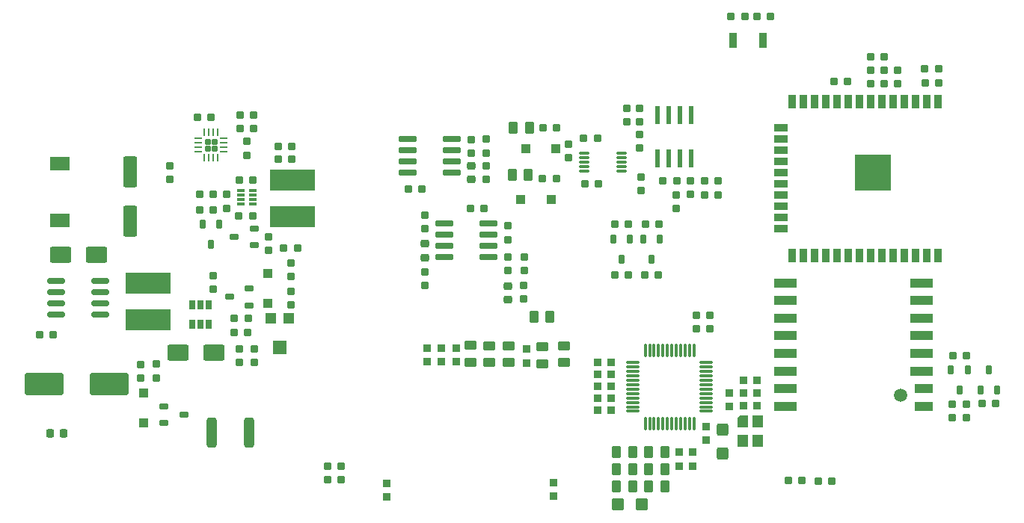
<source format=gbr>
%TF.GenerationSoftware,KiCad,Pcbnew,8.0.6*%
%TF.CreationDate,2025-04-11T21:40:20+07:00*%
%TF.ProjectId,DATN,4441544e-2e6b-4696-9361-645f70636258,rev?*%
%TF.SameCoordinates,Original*%
%TF.FileFunction,Paste,Top*%
%TF.FilePolarity,Positive*%
%FSLAX46Y46*%
G04 Gerber Fmt 4.6, Leading zero omitted, Abs format (unit mm)*
G04 Created by KiCad (PCBNEW 8.0.6) date 2025-04-11 21:40:20*
%MOMM*%
%LPD*%
G01*
G04 APERTURE LIST*
G04 Aperture macros list*
%AMRoundRect*
0 Rectangle with rounded corners*
0 $1 Rounding radius*
0 $2 $3 $4 $5 $6 $7 $8 $9 X,Y pos of 4 corners*
0 Add a 4 corners polygon primitive as box body*
4,1,4,$2,$3,$4,$5,$6,$7,$8,$9,$2,$3,0*
0 Add four circle primitives for the rounded corners*
1,1,$1+$1,$2,$3*
1,1,$1+$1,$4,$5*
1,1,$1+$1,$6,$7*
1,1,$1+$1,$8,$9*
0 Add four rect primitives between the rounded corners*
20,1,$1+$1,$2,$3,$4,$5,0*
20,1,$1+$1,$4,$5,$6,$7,0*
20,1,$1+$1,$6,$7,$8,$9,0*
20,1,$1+$1,$8,$9,$2,$3,0*%
%AMFreePoly0*
4,1,18,-0.700000,0.540000,-0.695433,0.562961,-0.682426,0.582426,-0.662961,0.595433,-0.640000,0.600000,0.640000,0.600000,0.662961,0.595433,0.682426,0.582426,0.695433,0.562961,0.700000,0.540000,0.700000,-0.540000,0.695433,-0.562961,0.682426,-0.582426,0.662961,-0.595433,0.640000,-0.600000,-0.400000,-0.600000,-0.700000,-0.300000,-0.700000,0.540000,-0.700000,0.540000,$1*%
G04 Aperture macros list end*
%ADD10RoundRect,0.127500X0.322500X-0.297500X0.322500X0.297500X-0.322500X0.297500X-0.322500X-0.297500X0*%
%ADD11R,1.200000X1.200000*%
%ADD12R,1.600000X1.500000*%
%ADD13RoundRect,0.150000X-0.350000X-0.525000X0.350000X-0.525000X0.350000X0.525000X-0.350000X0.525000X0*%
%ADD14RoundRect,0.127500X0.297500X0.322500X-0.297500X0.322500X-0.297500X-0.322500X0.297500X-0.322500X0*%
%ADD15RoundRect,0.127500X-0.297500X-0.322500X0.297500X-0.322500X0.297500X0.322500X-0.297500X0.322500X0*%
%ADD16RoundRect,0.250000X0.262500X0.450000X-0.262500X0.450000X-0.262500X-0.450000X0.262500X-0.450000X0*%
%ADD17RoundRect,0.127500X-0.322500X0.297500X-0.322500X-0.297500X0.322500X-0.297500X0.322500X0.297500X0*%
%ADD18RoundRect,0.090000X-0.410000X-0.210000X0.410000X-0.210000X0.410000X0.210000X-0.410000X0.210000X0*%
%ADD19RoundRect,0.150000X0.525000X-0.350000X0.525000X0.350000X-0.525000X0.350000X-0.525000X-0.350000X0*%
%ADD20RoundRect,0.085000X0.365000X-0.340000X0.365000X0.340000X-0.365000X0.340000X-0.365000X-0.340000X0*%
%ADD21RoundRect,0.090000X-0.210000X0.410000X-0.210000X-0.410000X0.210000X-0.410000X0.210000X0.410000X0*%
%ADD22RoundRect,0.085000X-0.340000X-0.365000X0.340000X-0.365000X0.340000X0.365000X-0.340000X0.365000X0*%
%ADD23RoundRect,0.218750X-0.256250X0.218750X-0.256250X-0.218750X0.256250X-0.218750X0.256250X0.218750X0*%
%ADD24RoundRect,0.172500X-0.172500X0.172500X-0.172500X-0.172500X0.172500X-0.172500X0.172500X0.172500X0*%
%ADD25RoundRect,0.062500X-0.062500X0.375000X-0.062500X-0.375000X0.062500X-0.375000X0.062500X0.375000X0*%
%ADD26RoundRect,0.062500X-0.375000X0.062500X-0.375000X-0.062500X0.375000X-0.062500X0.375000X0.062500X0*%
%ADD27RoundRect,0.150000X0.350000X0.525000X-0.350000X0.525000X-0.350000X-0.525000X0.350000X-0.525000X0*%
%ADD28R,0.650000X1.060000*%
%ADD29RoundRect,0.218750X0.218750X0.256250X-0.218750X0.256250X-0.218750X-0.256250X0.218750X-0.256250X0*%
%ADD30R,2.000000X1.100000*%
%ADD31R,2.600000X1.100000*%
%ADD32C,1.500000*%
%ADD33RoundRect,0.085000X0.340000X0.365000X-0.340000X0.365000X-0.340000X-0.365000X0.340000X-0.365000X0*%
%ADD34RoundRect,0.085000X-0.365000X0.340000X-0.365000X-0.340000X0.365000X-0.340000X0.365000X0.340000X0*%
%ADD35FreePoly0,270.000000*%
%ADD36RoundRect,0.060000X-0.540000X0.640000X-0.540000X-0.640000X0.540000X-0.640000X0.540000X0.640000X0*%
%ADD37RoundRect,0.073750X-0.221250X0.911250X-0.221250X-0.911250X0.221250X-0.911250X0.221250X0.911250X0*%
%ADD38R,0.900000X1.700000*%
%ADD39RoundRect,0.275000X-0.275000X-0.275000X0.275000X-0.275000X0.275000X0.275000X-0.275000X0.275000X0*%
%ADD40RoundRect,0.275000X0.275000X-0.275000X0.275000X0.275000X-0.275000X0.275000X-0.275000X-0.275000X0*%
%ADD41RoundRect,0.090000X0.410000X0.210000X-0.410000X0.210000X-0.410000X-0.210000X0.410000X-0.210000X0*%
%ADD42RoundRect,0.250000X0.450000X0.425000X-0.450000X0.425000X-0.450000X-0.425000X0.450000X-0.425000X0*%
%ADD43RoundRect,0.075000X-0.910000X-0.225000X0.910000X-0.225000X0.910000X0.225000X-0.910000X0.225000X0*%
%ADD44R,2.200000X1.500000*%
%ADD45RoundRect,0.180000X-1.020000X-0.720000X1.020000X-0.720000X1.020000X0.720000X-1.020000X0.720000X0*%
%ADD46R,5.100000X2.350000*%
%ADD47RoundRect,0.218750X0.256250X-0.218750X0.256250X0.218750X-0.256250X0.218750X-0.256250X-0.218750X0*%
%ADD48RoundRect,0.150000X-0.825000X-0.150000X0.825000X-0.150000X0.825000X0.150000X-0.825000X0.150000X0*%
%ADD49RoundRect,0.025000X-0.525000X-0.100000X0.525000X-0.100000X0.525000X0.100000X-0.525000X0.100000X0*%
%ADD50RoundRect,0.250000X-0.550000X1.500000X-0.550000X-1.500000X0.550000X-1.500000X0.550000X1.500000X0*%
%ADD51RoundRect,0.250000X-0.425000X0.450000X-0.425000X-0.450000X0.425000X-0.450000X0.425000X0.450000X0*%
%ADD52R,0.900000X1.500000*%
%ADD53R,1.500000X0.900000*%
%ADD54R,4.100000X4.100000*%
%ADD55RoundRect,0.150000X-0.525000X0.350000X-0.525000X-0.350000X0.525000X-0.350000X0.525000X0.350000X0*%
%ADD56RoundRect,0.250000X-1.950000X-1.000000X1.950000X-1.000000X1.950000X1.000000X-1.950000X1.000000X0*%
%ADD57RoundRect,0.250000X-0.312500X-1.450000X0.312500X-1.450000X0.312500X1.450000X-0.312500X1.450000X0*%
%ADD58RoundRect,0.250000X-0.262500X-0.450000X0.262500X-0.450000X0.262500X0.450000X-0.262500X0.450000X0*%
%ADD59RoundRect,0.075000X-0.662500X-0.075000X0.662500X-0.075000X0.662500X0.075000X-0.662500X0.075000X0*%
%ADD60RoundRect,0.075000X-0.075000X-0.662500X0.075000X-0.662500X0.075000X0.662500X-0.075000X0.662500X0*%
%ADD61RoundRect,0.075000X0.910000X0.225000X-0.910000X0.225000X-0.910000X-0.225000X0.910000X-0.225000X0*%
%ADD62RoundRect,0.090000X0.210000X-0.410000X0.210000X0.410000X-0.210000X0.410000X-0.210000X-0.410000X0*%
%ADD63RoundRect,0.008100X-0.421900X-0.126900X0.421900X-0.126900X0.421900X0.126900X-0.421900X0.126900X0*%
%ADD64RoundRect,0.180000X1.020000X0.720000X-1.020000X0.720000X-1.020000X-0.720000X1.020000X-0.720000X0*%
G04 APERTURE END LIST*
D10*
%TO.C,R49*%
X115930000Y-79065000D03*
X115930000Y-80615000D03*
%TD*%
D11*
%TO.C,RV2*%
X95275000Y-99345000D03*
D12*
X94275000Y-102595000D03*
D11*
X93275000Y-99345000D03*
%TD*%
D13*
%TO.C,C46*%
X132350000Y-114500000D03*
X134250000Y-114500000D03*
%TD*%
D14*
%TO.C,R16*%
X89150000Y-99300000D03*
X90700000Y-99300000D03*
%TD*%
D15*
%TO.C,R26*%
X125575000Y-83500000D03*
X124025000Y-83500000D03*
%TD*%
D16*
%TO.C,R25*%
X122417500Y-83035000D03*
X120592500Y-83035000D03*
%TD*%
D17*
%TO.C,R1*%
X95525000Y-97775000D03*
X95525000Y-96225000D03*
%TD*%
D18*
%TO.C,Q2*%
X81162500Y-109270000D03*
X81162500Y-111170000D03*
X83437500Y-110220000D03*
%TD*%
D19*
%TO.C,R51*%
X115850000Y-104300000D03*
X115850000Y-102400000D03*
%TD*%
D15*
%TO.C,R4*%
X91200000Y-87675000D03*
X89650000Y-87675000D03*
%TD*%
D10*
%TO.C,C28*%
X110725000Y-94060000D03*
X110725000Y-95610000D03*
%TD*%
D20*
%TO.C,C41*%
X139525000Y-116050000D03*
X139525000Y-114500000D03*
%TD*%
D14*
%TO.C,C8*%
X84975000Y-76570000D03*
X86525000Y-76570000D03*
%TD*%
D21*
%TO.C,Q8*%
X137325000Y-90362500D03*
X135425000Y-90362500D03*
X136375000Y-92637500D03*
%TD*%
D22*
%TO.C,R45*%
X130250000Y-105675000D03*
X131800000Y-105675000D03*
%TD*%
D23*
%TO.C,D5*%
X120100000Y-95650000D03*
X120100000Y-97225000D03*
%TD*%
D15*
%TO.C,R10*%
X162700000Y-69675000D03*
X161150000Y-69675000D03*
%TD*%
D14*
%TO.C,C10*%
X94125000Y-79800000D03*
X95675000Y-79800000D03*
%TD*%
D17*
%TO.C,R39*%
X121900000Y-97150000D03*
X121900000Y-95600000D03*
%TD*%
D24*
%TO.C,U2*%
X86912500Y-79295000D03*
X86112500Y-79295000D03*
X86912500Y-80095000D03*
X86112500Y-80095000D03*
D25*
X87262500Y-78257500D03*
X86762500Y-78257500D03*
X86262500Y-78257500D03*
X85762500Y-78257500D03*
D26*
X85075000Y-78945000D03*
X85075000Y-79445000D03*
X85075000Y-79945000D03*
X85075000Y-80445000D03*
D25*
X85762500Y-81132500D03*
X86262500Y-81132500D03*
X86762500Y-81132500D03*
X87262500Y-81132500D03*
D26*
X87950000Y-80445000D03*
X87950000Y-79945000D03*
X87950000Y-79445000D03*
X87950000Y-78945000D03*
%TD*%
D13*
%TO.C,C48*%
X132350000Y-118325000D03*
X134250000Y-118325000D03*
%TD*%
D14*
%TO.C,R8*%
X85225000Y-87075000D03*
X86775000Y-87075000D03*
%TD*%
D27*
%TO.C,C49*%
X137900000Y-118325000D03*
X136000000Y-118325000D03*
%TD*%
D28*
%TO.C,U3*%
X84350000Y-100020000D03*
X85300000Y-100020000D03*
X86250000Y-100020000D03*
X86250000Y-97820000D03*
X85300000Y-97820000D03*
X84350000Y-97820000D03*
%TD*%
D15*
%TO.C,C20*%
X130375000Y-84100000D03*
X128825000Y-84100000D03*
%TD*%
D10*
%TO.C,R42*%
X110675000Y-87610000D03*
X110675000Y-89160000D03*
%TD*%
D15*
%TO.C,R17*%
X149825000Y-65100000D03*
X148275000Y-65100000D03*
%TD*%
D29*
%TO.C,L1*%
X69837500Y-112350000D03*
X68262500Y-112350000D03*
%TD*%
D30*
%TO.C,U7*%
X167215000Y-109300000D03*
X167215000Y-107300000D03*
D31*
X166915000Y-105300000D03*
X166915000Y-103300000D03*
X166915000Y-101300000D03*
X166915000Y-99300000D03*
X166915000Y-97300000D03*
X166915000Y-95300000D03*
X151515000Y-95300000D03*
X151515000Y-97300000D03*
X151515000Y-99300000D03*
X151515000Y-101300000D03*
X151515000Y-103300000D03*
X151515000Y-105300000D03*
X151515000Y-107300000D03*
X151515000Y-109300000D03*
D32*
X164515000Y-108000000D03*
%TD*%
D33*
%TO.C,R56*%
X131800000Y-109750000D03*
X130250000Y-109750000D03*
%TD*%
D34*
%TO.C,C39*%
X122200000Y-102825000D03*
X122200000Y-104375000D03*
%TD*%
D35*
%TO.C,Y1*%
X146650000Y-110975000D03*
D36*
X146650000Y-113175000D03*
X148350000Y-113175000D03*
X148350000Y-110975000D03*
%TD*%
D15*
%TO.C,C22*%
X158575000Y-72450000D03*
X157025000Y-72450000D03*
%TD*%
D14*
%TO.C,R24*%
X170450000Y-103575000D03*
X172000000Y-103575000D03*
%TD*%
D37*
%TO.C,U15*%
X140820000Y-76275000D03*
X139550000Y-76275000D03*
X138280000Y-76275000D03*
X137010000Y-76275000D03*
X137010000Y-81225000D03*
X138280000Y-81225000D03*
X139550000Y-81225000D03*
X140820000Y-81225000D03*
%TD*%
D16*
%TO.C,R27*%
X122527500Y-77710000D03*
X120702500Y-77710000D03*
%TD*%
D14*
%TO.C,R22*%
X128675000Y-78900000D03*
X130225000Y-78900000D03*
%TD*%
D19*
%TO.C,R54*%
X120225000Y-104325000D03*
X120225000Y-102425000D03*
%TD*%
D38*
%TO.C,SW2*%
X145550000Y-67775000D03*
X148950000Y-67775000D03*
%TD*%
D39*
%TO.C,Z3*%
X124980000Y-85860000D03*
X121580000Y-85860000D03*
%TD*%
D40*
%TO.C,Z1*%
X92885000Y-94220000D03*
X92885000Y-97620000D03*
%TD*%
D14*
%TO.C,R5*%
X89700000Y-83625000D03*
X91250000Y-83625000D03*
%TD*%
D41*
%TO.C,Q3*%
X91375000Y-91025000D03*
X91375000Y-89125000D03*
X89100000Y-90075000D03*
%TD*%
D10*
%TO.C,C15*%
X90525000Y-79270000D03*
X90525000Y-80820000D03*
%TD*%
D27*
%TO.C,C45*%
X137900000Y-114500000D03*
X136000000Y-114500000D03*
%TD*%
D19*
%TO.C,R55*%
X124025000Y-104450000D03*
X124025000Y-102550000D03*
%TD*%
D10*
%TO.C,R41*%
X121925000Y-92385000D03*
X121925000Y-93935000D03*
%TD*%
D14*
%TO.C,R31*%
X132175000Y-94375000D03*
X133725000Y-94375000D03*
%TD*%
%TO.C,C25*%
X137665000Y-83775000D03*
X139215000Y-83775000D03*
%TD*%
D42*
%TO.C,C52*%
X135275000Y-120425000D03*
X132575000Y-120425000D03*
%TD*%
D43*
%TO.C,U11*%
X108785000Y-79010000D03*
X108785000Y-80280000D03*
X108785000Y-81550000D03*
X108785000Y-82820000D03*
X113725000Y-82820000D03*
X113725000Y-81550000D03*
X113725000Y-80280000D03*
X113725000Y-79010000D03*
%TD*%
D39*
%TO.C,Z4*%
X125495000Y-80095000D03*
X122095000Y-80095000D03*
%TD*%
D44*
%TO.C,L4*%
X69375000Y-88220000D03*
X69375000Y-81820000D03*
%TD*%
D10*
%TO.C,C23*%
X170375000Y-109046000D03*
X170375000Y-110596000D03*
%TD*%
D20*
%TO.C,R46*%
X125225000Y-119500000D03*
X125225000Y-117950000D03*
%TD*%
D45*
%TO.C,D3*%
X73500000Y-92095000D03*
X69450000Y-92095000D03*
%TD*%
D20*
%TO.C,R48*%
X110925000Y-104225000D03*
X110925000Y-102675000D03*
%TD*%
D15*
%TO.C,C18*%
X146900000Y-65100000D03*
X145350000Y-65100000D03*
%TD*%
D33*
%TO.C,C30*%
X148325000Y-109225000D03*
X146775000Y-109225000D03*
%TD*%
D15*
%TO.C,C37*%
X142975000Y-99000000D03*
X141425000Y-99000000D03*
%TD*%
%TO.C,C7*%
X68625000Y-101195000D03*
X67075000Y-101195000D03*
%TD*%
D21*
%TO.C,Q7*%
X133925000Y-90362500D03*
X132025000Y-90362500D03*
X132975000Y-92637500D03*
%TD*%
D34*
%TO.C,R36*%
X145175000Y-107750000D03*
X145175000Y-109300000D03*
%TD*%
D14*
%TO.C,R18*%
X151825000Y-117725000D03*
X153375000Y-117725000D03*
%TD*%
D17*
%TO.C,C26*%
X120100000Y-90385000D03*
X120100000Y-88835000D03*
%TD*%
D15*
%TO.C,R32*%
X137150000Y-94375000D03*
X135600000Y-94375000D03*
%TD*%
D46*
%TO.C,L3*%
X95700000Y-87800000D03*
X95700000Y-83650000D03*
%TD*%
D33*
%TO.C,R38*%
X131800000Y-104350000D03*
X130250000Y-104350000D03*
%TD*%
D17*
%TO.C,C24*%
X164225000Y-72725000D03*
X164225000Y-71175000D03*
%TD*%
D22*
%TO.C,R37*%
X146750000Y-107800000D03*
X148300000Y-107800000D03*
%TD*%
D17*
%TO.C,C12*%
X91425000Y-104295000D03*
X91425000Y-102745000D03*
%TD*%
D20*
%TO.C,R50*%
X112575000Y-104225000D03*
X112575000Y-102675000D03*
%TD*%
D10*
%TO.C,R40*%
X120100000Y-92385000D03*
X120100000Y-93935000D03*
%TD*%
D14*
%TO.C,C19*%
X155200000Y-117800000D03*
X156750000Y-117800000D03*
%TD*%
D40*
%TO.C,Z2*%
X78835000Y-107740000D03*
X78835000Y-111140000D03*
%TD*%
D47*
%TO.C,D9*%
X115930000Y-83590000D03*
X115930000Y-82015000D03*
%TD*%
D48*
%TO.C,U4*%
X68975000Y-95120000D03*
X68975000Y-96390000D03*
X68975000Y-97660000D03*
X68975000Y-98930000D03*
X73925000Y-98930000D03*
X73925000Y-97660000D03*
X73925000Y-96390000D03*
X73925000Y-95120000D03*
%TD*%
D15*
%TO.C,C36*%
X142975000Y-100525000D03*
X141425000Y-100525000D03*
%TD*%
D20*
%TO.C,R47*%
X106400000Y-119575000D03*
X106400000Y-118025000D03*
%TD*%
D49*
%TO.C,U6*%
X128700000Y-80625000D03*
X128700000Y-81125000D03*
X128700000Y-81625000D03*
X128700000Y-82125000D03*
X128700000Y-82625000D03*
X133000000Y-82625000D03*
X133000000Y-82125000D03*
X133000000Y-81625000D03*
X133000000Y-81125000D03*
X133000000Y-80625000D03*
%TD*%
D50*
%TO.C,C14*%
X77350000Y-82720000D03*
X77350000Y-88320000D03*
%TD*%
D14*
%TO.C,C17*%
X167312400Y-72625000D03*
X168862400Y-72625000D03*
%TD*%
%TO.C,R23*%
X173750000Y-108975000D03*
X175300000Y-108975000D03*
%TD*%
D17*
%TO.C,C1*%
X88250000Y-86825000D03*
X88250000Y-85275000D03*
%TD*%
%TO.C,C43*%
X133545000Y-77050000D03*
X133545000Y-75500000D03*
%TD*%
D14*
%TO.C,R12*%
X89750000Y-76245000D03*
X91300000Y-76245000D03*
%TD*%
D17*
%TO.C,C42*%
X142340000Y-85325000D03*
X142340000Y-83775000D03*
%TD*%
%TO.C,R13*%
X99700000Y-117600000D03*
X99700000Y-116050000D03*
%TD*%
D27*
%TO.C,C50*%
X137900000Y-116425000D03*
X136000000Y-116425000D03*
%TD*%
D15*
%TO.C,C6*%
X162690000Y-72700000D03*
X161140000Y-72700000D03*
%TD*%
D51*
%TO.C,C51*%
X144375000Y-111925000D03*
X144375000Y-114625000D03*
%TD*%
D13*
%TO.C,C47*%
X132350000Y-116425000D03*
X134250000Y-116425000D03*
%TD*%
D41*
%TO.C,Q1*%
X90850000Y-97850000D03*
X90850000Y-95950000D03*
X88575000Y-96900000D03*
%TD*%
D10*
%TO.C,R34*%
X140765000Y-83750000D03*
X140765000Y-85300000D03*
%TD*%
D52*
%TO.C,U5*%
X168750000Y-74725000D03*
X167480000Y-74725000D03*
X166210000Y-74725000D03*
X164940000Y-74725000D03*
X163670000Y-74725000D03*
X162400000Y-74725000D03*
X161130000Y-74725000D03*
X159860000Y-74725000D03*
X158590000Y-74725000D03*
X157320000Y-74725000D03*
X156050000Y-74725000D03*
X154780000Y-74725000D03*
X153510000Y-74725000D03*
X152240000Y-74725000D03*
D53*
X150990000Y-77755000D03*
X150990000Y-79025000D03*
X150990000Y-80295000D03*
X150990000Y-81565000D03*
X150990000Y-82835000D03*
X150990000Y-84105000D03*
X150990000Y-85375000D03*
X150990000Y-86645000D03*
X150990000Y-87915000D03*
X150990000Y-89185000D03*
D52*
X152240000Y-92225000D03*
X153510000Y-92225000D03*
X154780000Y-92225000D03*
X156050000Y-92225000D03*
X157320000Y-92225000D03*
X158590000Y-92225000D03*
X159860000Y-92225000D03*
X161130000Y-92225000D03*
X162400000Y-92225000D03*
X163670000Y-92225000D03*
X164940000Y-92225000D03*
X166210000Y-92225000D03*
X167480000Y-92225000D03*
X168750000Y-92225000D03*
D54*
X161410000Y-82795000D03*
%TD*%
D55*
%TO.C,C38*%
X126475000Y-102425000D03*
X126475000Y-104325000D03*
%TD*%
D56*
%TO.C,C5*%
X67575000Y-106795000D03*
X74975000Y-106795000D03*
%TD*%
D21*
%TO.C,Q6*%
X172150000Y-105137500D03*
X170250000Y-105137500D03*
X171200000Y-107412500D03*
%TD*%
D14*
%TO.C,C27*%
X115850000Y-86860000D03*
X117400000Y-86860000D03*
%TD*%
D17*
%TO.C,R14*%
X101200000Y-117600000D03*
X101200000Y-116050000D03*
%TD*%
D15*
%TO.C,R44*%
X110350000Y-84675000D03*
X108800000Y-84675000D03*
%TD*%
D57*
%TO.C,F1*%
X86562500Y-112250000D03*
X90837500Y-112250000D03*
%TD*%
D34*
%TO.C,C31*%
X142525000Y-111550000D03*
X142525000Y-113100000D03*
%TD*%
D14*
%TO.C,C13*%
X94125000Y-81300000D03*
X95675000Y-81300000D03*
%TD*%
D58*
%TO.C,FB1*%
X123037500Y-99175000D03*
X124862500Y-99175000D03*
%TD*%
D22*
%TO.C,C29*%
X146775000Y-106325000D03*
X148325000Y-106325000D03*
%TD*%
D20*
%TO.C,C34*%
X114225000Y-104250000D03*
X114225000Y-102700000D03*
%TD*%
D17*
%TO.C,R7*%
X93050000Y-91650000D03*
X93050000Y-90100000D03*
%TD*%
D15*
%TO.C,R6*%
X96275000Y-91375000D03*
X94725000Y-91375000D03*
%TD*%
D17*
%TO.C,C3*%
X81825000Y-83600000D03*
X81825000Y-82050000D03*
%TD*%
D59*
%TO.C,U12*%
X134237500Y-104350000D03*
X134237500Y-104850000D03*
X134237500Y-105350000D03*
X134237500Y-105850000D03*
X134237500Y-106350000D03*
X134237500Y-106850000D03*
X134237500Y-107350000D03*
X134237500Y-107850000D03*
X134237500Y-108350000D03*
X134237500Y-108850000D03*
X134237500Y-109350000D03*
X134237500Y-109850000D03*
D60*
X135650000Y-111262500D03*
X136150000Y-111262500D03*
X136650000Y-111262500D03*
X137150000Y-111262500D03*
X137650000Y-111262500D03*
X138150000Y-111262500D03*
X138650000Y-111262500D03*
X139150000Y-111262500D03*
X139650000Y-111262500D03*
X140150000Y-111262500D03*
X140650000Y-111262500D03*
X141150000Y-111262500D03*
D59*
X142562500Y-109850000D03*
X142562500Y-109350000D03*
X142562500Y-108850000D03*
X142562500Y-108350000D03*
X142562500Y-107850000D03*
X142562500Y-107350000D03*
X142562500Y-106850000D03*
X142562500Y-106350000D03*
X142562500Y-105850000D03*
X142562500Y-105350000D03*
X142562500Y-104850000D03*
X142562500Y-104350000D03*
D60*
X141150000Y-102937500D03*
X140650000Y-102937500D03*
X140150000Y-102937500D03*
X139650000Y-102937500D03*
X139150000Y-102937500D03*
X138650000Y-102937500D03*
X138150000Y-102937500D03*
X137650000Y-102937500D03*
X137150000Y-102937500D03*
X136650000Y-102937500D03*
X136150000Y-102937500D03*
X135650000Y-102937500D03*
%TD*%
D23*
%TO.C,D6*%
X110675000Y-90860000D03*
X110675000Y-92435000D03*
%TD*%
D55*
%TO.C,C35*%
X118000000Y-102425000D03*
X118000000Y-104325000D03*
%TD*%
D22*
%TO.C,R53*%
X130250000Y-107025000D03*
X131800000Y-107025000D03*
%TD*%
D20*
%TO.C,C40*%
X141000000Y-116050000D03*
X141000000Y-114500000D03*
%TD*%
D10*
%TO.C,C21*%
X172000000Y-109050000D03*
X172000000Y-110600000D03*
%TD*%
%TO.C,R33*%
X139190000Y-85325000D03*
X139190000Y-86875000D03*
%TD*%
D17*
%TO.C,R3*%
X80350000Y-106070000D03*
X80350000Y-104520000D03*
%TD*%
%TO.C,C2*%
X78500000Y-106095000D03*
X78500000Y-104545000D03*
%TD*%
D15*
%TO.C,R28*%
X125615000Y-77760000D03*
X124065000Y-77760000D03*
%TD*%
D10*
%TO.C,R21*%
X126975000Y-79600000D03*
X126975000Y-81150000D03*
%TD*%
D14*
%TO.C,R9*%
X89750000Y-77770000D03*
X91300000Y-77770000D03*
%TD*%
D61*
%TO.C,U9*%
X117860000Y-92387500D03*
X117860000Y-91117500D03*
X117860000Y-89847500D03*
X117860000Y-88577500D03*
X112920000Y-88577500D03*
X112920000Y-89847500D03*
X112920000Y-91117500D03*
X112920000Y-92387500D03*
%TD*%
D10*
%TO.C,C4*%
X86775000Y-94475000D03*
X86775000Y-96025000D03*
%TD*%
%TO.C,R35*%
X143915000Y-83775000D03*
X143915000Y-85325000D03*
%TD*%
D14*
%TO.C,C11*%
X85200000Y-85225000D03*
X86750000Y-85225000D03*
%TD*%
D33*
%TO.C,R52*%
X131800000Y-108375000D03*
X130250000Y-108375000D03*
%TD*%
D17*
%TO.C,C32*%
X117680000Y-83590000D03*
X117680000Y-82040000D03*
%TD*%
D46*
%TO.C,L2*%
X79375000Y-95370000D03*
X79375000Y-99520000D03*
%TD*%
D15*
%TO.C,R29*%
X133750000Y-88650000D03*
X132200000Y-88650000D03*
%TD*%
D14*
%TO.C,R11*%
X161144200Y-71170000D03*
X162694200Y-71170000D03*
%TD*%
%TO.C,C16*%
X167300000Y-71075000D03*
X168850000Y-71075000D03*
%TD*%
D17*
%TO.C,R2*%
X95550000Y-94575000D03*
X95550000Y-93025000D03*
%TD*%
%TO.C,R20*%
X135200000Y-84825000D03*
X135200000Y-83275000D03*
%TD*%
D10*
%TO.C,R19*%
X135020000Y-78475000D03*
X135020000Y-80025000D03*
%TD*%
D62*
%TO.C,Q5*%
X173600000Y-107400000D03*
X175500000Y-107400000D03*
X174550000Y-105125000D03*
%TD*%
D15*
%TO.C,R15*%
X90675000Y-100925000D03*
X89125000Y-100925000D03*
%TD*%
D63*
%TO.C,U1*%
X89850000Y-84875000D03*
X89850000Y-85375000D03*
X89850000Y-85875000D03*
X89850000Y-86375000D03*
X91220000Y-86375000D03*
X91220000Y-85875000D03*
X91220000Y-85375000D03*
X91220000Y-84875000D03*
%TD*%
D17*
%TO.C,C44*%
X135025000Y-77050000D03*
X135025000Y-75500000D03*
%TD*%
D21*
%TO.C,Q4*%
X87450000Y-88650000D03*
X85550000Y-88650000D03*
X86500000Y-90925000D03*
%TD*%
D10*
%TO.C,R43*%
X117680000Y-79015000D03*
X117680000Y-80565000D03*
%TD*%
D17*
%TO.C,C9*%
X89725000Y-104295000D03*
X89725000Y-102745000D03*
%TD*%
D64*
%TO.C,D2*%
X82787500Y-103195000D03*
X86837500Y-103195000D03*
%TD*%
D15*
%TO.C,R30*%
X137225000Y-88625000D03*
X135675000Y-88625000D03*
%TD*%
M02*

</source>
